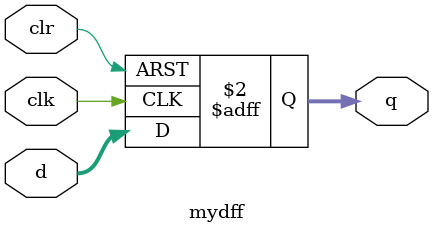
<source format=sv>
module edge_detector (async_sig, outclk, out_sync_sig);
    input logic async_sig, outclk; 
    output logic out_sync_sig; 
    logic q1,q2,q3,q4; 
    
    //This helps to clear the async-set flip-flop (fdc_2) safely
    mydff #(1) fdc_1  (.clk(~outclk), .d(q4),.q(q1), .clr(1'b0)); 

    // fdc_2 is set by the async signal and cleared by q1 which helps to capture the async event and hold it until it is safely synchronized
    mydff #(1) fdc_2  (.clk(async_sig), .d(1'b1), .q(q2), .clr(q1));

    // fdc_3 and fdc_4 help to safely transfer the signal from the async domain to the outclk domain,
    // to reduce the probability of metastability
    mydff #(1) fdc_3  (.clk(outclk), .d(q2), .q(q3),.clr(1'b0)); 
    mydff #(1) fdc_4  (.clk(outclk), .d(q3), .q(q4), .clr(1'b0)); 

    // Output is the synchronized signal in the outclk domain
    assign out_sync_sig = q4; 
 
endmodule

// Parameterized D flip-flop with asynchronous clear
module mydff #(parameter N = 8) 
        (input logic clk,clr,
        input logic [N-1 :0] d,
        output logic [N-1 : 0] q
     );
        
        always_ff @(posedge clk or posedge clr) begin
                if (clr) q <= '0; 
                else q <= d;
        end
endmodule
</source>
